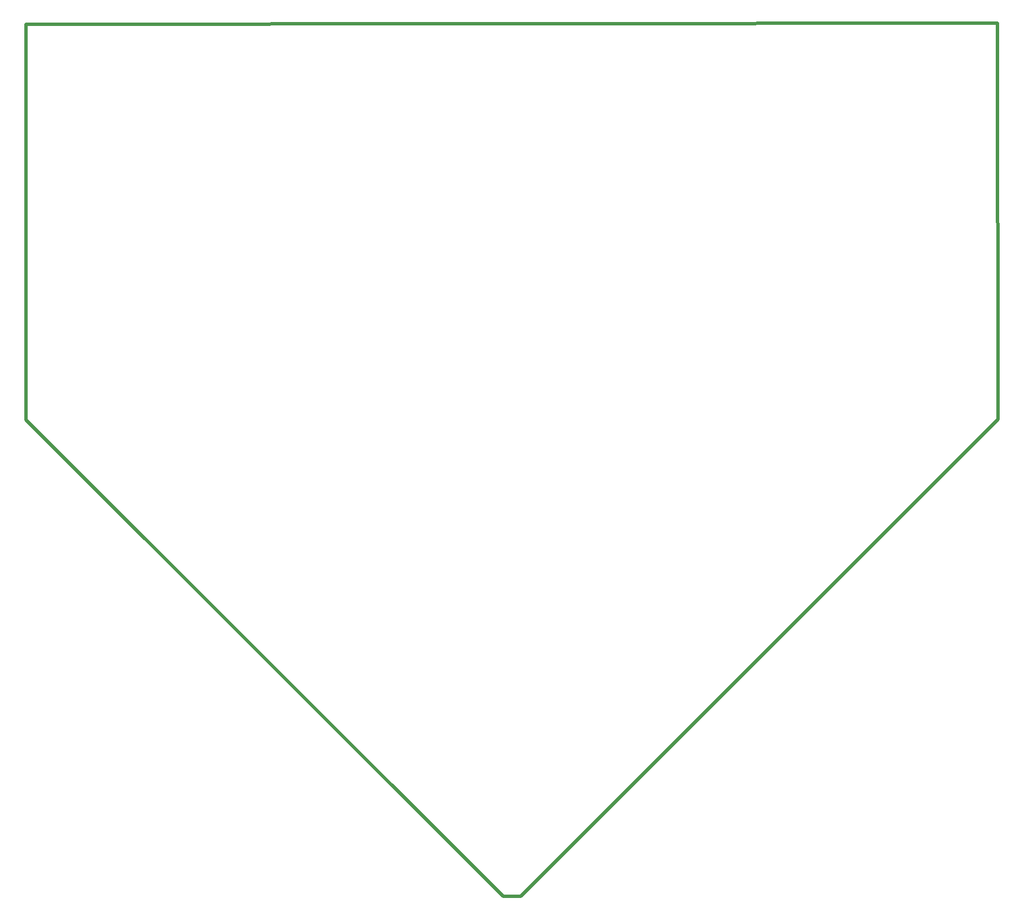
<source format=gm1>
G04*
G04 #@! TF.GenerationSoftware,Altium Limited,Altium Designer,23.8.1 (32)*
G04*
G04 Layer_Color=16711935*
%FSLAX25Y25*%
%MOIN*%
G70*
G04*
G04 #@! TF.SameCoordinates,36DDD1C1-7BD6-4DAF-97DA-8CC6A3F3F012*
G04*
G04*
G04 #@! TF.FilePolarity,Positive*
G04*
G01*
G75*
%ADD17C,0.01968*%
D17*
X-286727Y235976D02*
X-5252Y-45500D01*
X-286729Y469677D02*
X-286727Y235976D01*
X-286729Y469677D02*
X286521Y470120D01*
X5204Y-45500D02*
X286932Y236228D01*
X286521Y470120D02*
X286932Y236228D01*
X-5252Y-45500D02*
X5204D01*
M02*

</source>
